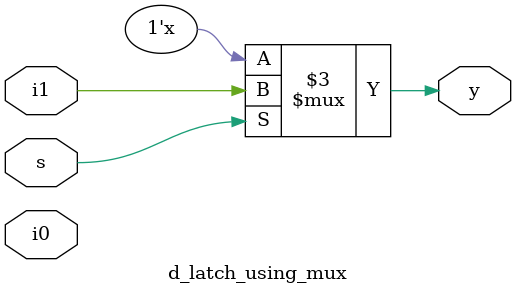
<source format=v>
`timescale 1ns / 1ps


module d_latch_using_mux(
    input  i1,i0,
    input s,
    output reg y
    );
   always@(i0,i1,s)
      begin
        if(s)
         y=i1;
        
      end 
     
endmodule

</source>
